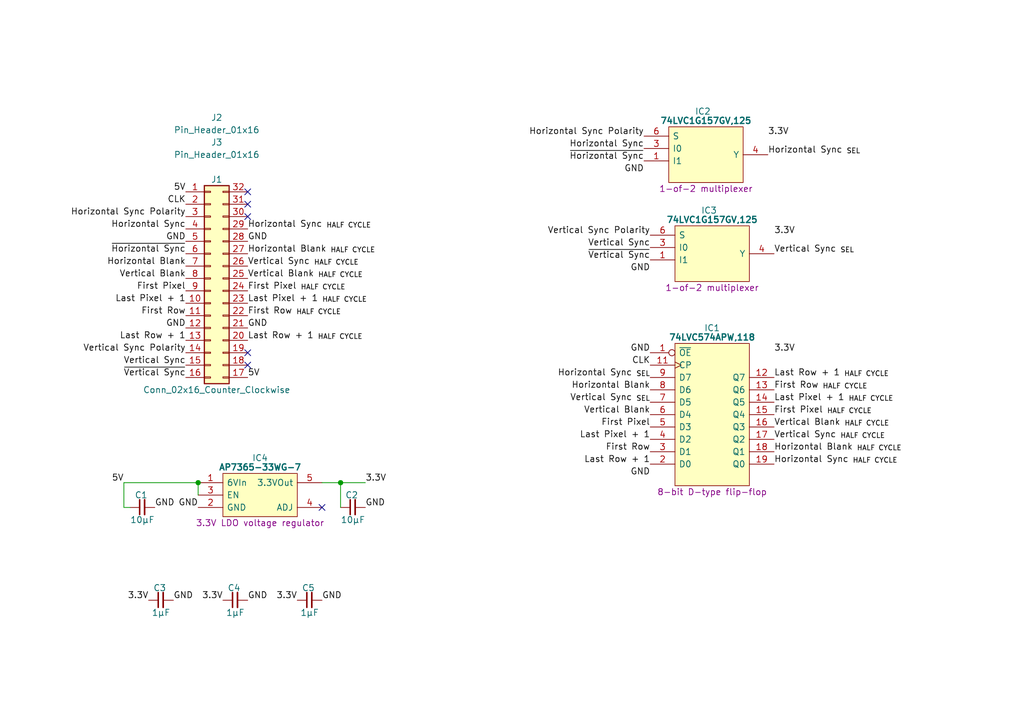
<source format=kicad_sch>
(kicad_sch
	(version 20231120)
	(generator "eeschema")
	(generator_version "8.0")
	(uuid "337b5f72-8be1-4121-9dc6-479b565482b2")
	(paper "A5")
	(title_block
		(title "Video Signals Output")
		(date "2024-02-27")
		(rev "V0")
	)
	(lib_symbols
		(symbol "Connector_Generic:Conn_02x16_Counter_Clockwise"
			(pin_names
				(offset 1.016) hide)
			(exclude_from_sim no)
			(in_bom yes)
			(on_board yes)
			(property "Reference" "J"
				(at 1.27 20.32 0)
				(effects
					(font
						(size 1.27 1.27)
					)
				)
			)
			(property "Value" "Conn_02x16_Counter_Clockwise"
				(at 1.27 -22.86 0)
				(effects
					(font
						(size 1.27 1.27)
					)
				)
			)
			(property "Footprint" ""
				(at 0 0 0)
				(effects
					(font
						(size 1.27 1.27)
					)
					(hide yes)
				)
			)
			(property "Datasheet" "~"
				(at 0 0 0)
				(effects
					(font
						(size 1.27 1.27)
					)
					(hide yes)
				)
			)
			(property "Description" "Generic connector, double row, 02x16, counter clockwise pin numbering scheme (similar to DIP package numbering), script generated (kicad-library-utils/schlib/autogen/connector/)"
				(at 0 0 0)
				(effects
					(font
						(size 1.27 1.27)
					)
					(hide yes)
				)
			)
			(property "ki_keywords" "connector"
				(at 0 0 0)
				(effects
					(font
						(size 1.27 1.27)
					)
					(hide yes)
				)
			)
			(property "ki_fp_filters" "Connector*:*_2x??_*"
				(at 0 0 0)
				(effects
					(font
						(size 1.27 1.27)
					)
					(hide yes)
				)
			)
			(symbol "Conn_02x16_Counter_Clockwise_1_1"
				(rectangle
					(start -1.27 -20.193)
					(end 0 -20.447)
					(stroke
						(width 0.1524)
						(type default)
					)
					(fill
						(type none)
					)
				)
				(rectangle
					(start -1.27 -17.653)
					(end 0 -17.907)
					(stroke
						(width 0.1524)
						(type default)
					)
					(fill
						(type none)
					)
				)
				(rectangle
					(start -1.27 -15.113)
					(end 0 -15.367)
					(stroke
						(width 0.1524)
						(type default)
					)
					(fill
						(type none)
					)
				)
				(rectangle
					(start -1.27 -12.573)
					(end 0 -12.827)
					(stroke
						(width 0.1524)
						(type default)
					)
					(fill
						(type none)
					)
				)
				(rectangle
					(start -1.27 -10.033)
					(end 0 -10.287)
					(stroke
						(width 0.1524)
						(type default)
					)
					(fill
						(type none)
					)
				)
				(rectangle
					(start -1.27 -7.493)
					(end 0 -7.747)
					(stroke
						(width 0.1524)
						(type default)
					)
					(fill
						(type none)
					)
				)
				(rectangle
					(start -1.27 -4.953)
					(end 0 -5.207)
					(stroke
						(width 0.1524)
						(type default)
					)
					(fill
						(type none)
					)
				)
				(rectangle
					(start -1.27 -2.413)
					(end 0 -2.667)
					(stroke
						(width 0.1524)
						(type default)
					)
					(fill
						(type none)
					)
				)
				(rectangle
					(start -1.27 0.127)
					(end 0 -0.127)
					(stroke
						(width 0.1524)
						(type default)
					)
					(fill
						(type none)
					)
				)
				(rectangle
					(start -1.27 2.667)
					(end 0 2.413)
					(stroke
						(width 0.1524)
						(type default)
					)
					(fill
						(type none)
					)
				)
				(rectangle
					(start -1.27 5.207)
					(end 0 4.953)
					(stroke
						(width 0.1524)
						(type default)
					)
					(fill
						(type none)
					)
				)
				(rectangle
					(start -1.27 7.747)
					(end 0 7.493)
					(stroke
						(width 0.1524)
						(type default)
					)
					(fill
						(type none)
					)
				)
				(rectangle
					(start -1.27 10.287)
					(end 0 10.033)
					(stroke
						(width 0.1524)
						(type default)
					)
					(fill
						(type none)
					)
				)
				(rectangle
					(start -1.27 12.827)
					(end 0 12.573)
					(stroke
						(width 0.1524)
						(type default)
					)
					(fill
						(type none)
					)
				)
				(rectangle
					(start -1.27 15.367)
					(end 0 15.113)
					(stroke
						(width 0.1524)
						(type default)
					)
					(fill
						(type none)
					)
				)
				(rectangle
					(start -1.27 17.907)
					(end 0 17.653)
					(stroke
						(width 0.1524)
						(type default)
					)
					(fill
						(type none)
					)
				)
				(rectangle
					(start -1.27 19.05)
					(end 3.81 -21.59)
					(stroke
						(width 0.254)
						(type default)
					)
					(fill
						(type background)
					)
				)
				(rectangle
					(start 3.81 -20.193)
					(end 2.54 -20.447)
					(stroke
						(width 0.1524)
						(type default)
					)
					(fill
						(type none)
					)
				)
				(rectangle
					(start 3.81 -17.653)
					(end 2.54 -17.907)
					(stroke
						(width 0.1524)
						(type default)
					)
					(fill
						(type none)
					)
				)
				(rectangle
					(start 3.81 -15.113)
					(end 2.54 -15.367)
					(stroke
						(width 0.1524)
						(type default)
					)
					(fill
						(type none)
					)
				)
				(rectangle
					(start 3.81 -12.573)
					(end 2.54 -12.827)
					(stroke
						(width 0.1524)
						(type default)
					)
					(fill
						(type none)
					)
				)
				(rectangle
					(start 3.81 -10.033)
					(end 2.54 -10.287)
					(stroke
						(width 0.1524)
						(type default)
					)
					(fill
						(type none)
					)
				)
				(rectangle
					(start 3.81 -7.493)
					(end 2.54 -7.747)
					(stroke
						(width 0.1524)
						(type default)
					)
					(fill
						(type none)
					)
				)
				(rectangle
					(start 3.81 -4.953)
					(end 2.54 -5.207)
					(stroke
						(width 0.1524)
						(type default)
					)
					(fill
						(type none)
					)
				)
				(rectangle
					(start 3.81 -2.413)
					(end 2.54 -2.667)
					(stroke
						(width 0.1524)
						(type default)
					)
					(fill
						(type none)
					)
				)
				(rectangle
					(start 3.81 0.127)
					(end 2.54 -0.127)
					(stroke
						(width 0.1524)
						(type default)
					)
					(fill
						(type none)
					)
				)
				(rectangle
					(start 3.81 2.667)
					(end 2.54 2.413)
					(stroke
						(width 0.1524)
						(type default)
					)
					(fill
						(type none)
					)
				)
				(rectangle
					(start 3.81 5.207)
					(end 2.54 4.953)
					(stroke
						(width 0.1524)
						(type default)
					)
					(fill
						(type none)
					)
				)
				(rectangle
					(start 3.81 7.747)
					(end 2.54 7.493)
					(stroke
						(width 0.1524)
						(type default)
					)
					(fill
						(type none)
					)
				)
				(rectangle
					(start 3.81 10.287)
					(end 2.54 10.033)
					(stroke
						(width 0.1524)
						(type default)
					)
					(fill
						(type none)
					)
				)
				(rectangle
					(start 3.81 12.827)
					(end 2.54 12.573)
					(stroke
						(width 0.1524)
						(type default)
					)
					(fill
						(type none)
					)
				)
				(rectangle
					(start 3.81 15.367)
					(end 2.54 15.113)
					(stroke
						(width 0.1524)
						(type default)
					)
					(fill
						(type none)
					)
				)
				(rectangle
					(start 3.81 17.907)
					(end 2.54 17.653)
					(stroke
						(width 0.1524)
						(type default)
					)
					(fill
						(type none)
					)
				)
				(pin passive line
					(at -5.08 17.78 0)
					(length 3.81)
					(name "Pin_1"
						(effects
							(font
								(size 1.27 1.27)
							)
						)
					)
					(number "1"
						(effects
							(font
								(size 1.27 1.27)
							)
						)
					)
				)
				(pin passive line
					(at -5.08 -5.08 0)
					(length 3.81)
					(name "Pin_10"
						(effects
							(font
								(size 1.27 1.27)
							)
						)
					)
					(number "10"
						(effects
							(font
								(size 1.27 1.27)
							)
						)
					)
				)
				(pin passive line
					(at -5.08 -7.62 0)
					(length 3.81)
					(name "Pin_11"
						(effects
							(font
								(size 1.27 1.27)
							)
						)
					)
					(number "11"
						(effects
							(font
								(size 1.27 1.27)
							)
						)
					)
				)
				(pin passive line
					(at -5.08 -10.16 0)
					(length 3.81)
					(name "Pin_12"
						(effects
							(font
								(size 1.27 1.27)
							)
						)
					)
					(number "12"
						(effects
							(font
								(size 1.27 1.27)
							)
						)
					)
				)
				(pin passive line
					(at -5.08 -12.7 0)
					(length 3.81)
					(name "Pin_13"
						(effects
							(font
								(size 1.27 1.27)
							)
						)
					)
					(number "13"
						(effects
							(font
								(size 1.27 1.27)
							)
						)
					)
				)
				(pin passive line
					(at -5.08 -15.24 0)
					(length 3.81)
					(name "Pin_14"
						(effects
							(font
								(size 1.27 1.27)
							)
						)
					)
					(number "14"
						(effects
							(font
								(size 1.27 1.27)
							)
						)
					)
				)
				(pin passive line
					(at -5.08 -17.78 0)
					(length 3.81)
					(name "Pin_15"
						(effects
							(font
								(size 1.27 1.27)
							)
						)
					)
					(number "15"
						(effects
							(font
								(size 1.27 1.27)
							)
						)
					)
				)
				(pin passive line
					(at -5.08 -20.32 0)
					(length 3.81)
					(name "Pin_16"
						(effects
							(font
								(size 1.27 1.27)
							)
						)
					)
					(number "16"
						(effects
							(font
								(size 1.27 1.27)
							)
						)
					)
				)
				(pin passive line
					(at 7.62 -20.32 180)
					(length 3.81)
					(name "Pin_17"
						(effects
							(font
								(size 1.27 1.27)
							)
						)
					)
					(number "17"
						(effects
							(font
								(size 1.27 1.27)
							)
						)
					)
				)
				(pin passive line
					(at 7.62 -17.78 180)
					(length 3.81)
					(name "Pin_18"
						(effects
							(font
								(size 1.27 1.27)
							)
						)
					)
					(number "18"
						(effects
							(font
								(size 1.27 1.27)
							)
						)
					)
				)
				(pin passive line
					(at 7.62 -15.24 180)
					(length 3.81)
					(name "Pin_19"
						(effects
							(font
								(size 1.27 1.27)
							)
						)
					)
					(number "19"
						(effects
							(font
								(size 1.27 1.27)
							)
						)
					)
				)
				(pin passive line
					(at -5.08 15.24 0)
					(length 3.81)
					(name "Pin_2"
						(effects
							(font
								(size 1.27 1.27)
							)
						)
					)
					(number "2"
						(effects
							(font
								(size 1.27 1.27)
							)
						)
					)
				)
				(pin passive line
					(at 7.62 -12.7 180)
					(length 3.81)
					(name "Pin_20"
						(effects
							(font
								(size 1.27 1.27)
							)
						)
					)
					(number "20"
						(effects
							(font
								(size 1.27 1.27)
							)
						)
					)
				)
				(pin passive line
					(at 7.62 -10.16 180)
					(length 3.81)
					(name "Pin_21"
						(effects
							(font
								(size 1.27 1.27)
							)
						)
					)
					(number "21"
						(effects
							(font
								(size 1.27 1.27)
							)
						)
					)
				)
				(pin passive line
					(at 7.62 -7.62 180)
					(length 3.81)
					(name "Pin_22"
						(effects
							(font
								(size 1.27 1.27)
							)
						)
					)
					(number "22"
						(effects
							(font
								(size 1.27 1.27)
							)
						)
					)
				)
				(pin passive line
					(at 7.62 -5.08 180)
					(length 3.81)
					(name "Pin_23"
						(effects
							(font
								(size 1.27 1.27)
							)
						)
					)
					(number "23"
						(effects
							(font
								(size 1.27 1.27)
							)
						)
					)
				)
				(pin passive line
					(at 7.62 -2.54 180)
					(length 3.81)
					(name "Pin_24"
						(effects
							(font
								(size 1.27 1.27)
							)
						)
					)
					(number "24"
						(effects
							(font
								(size 1.27 1.27)
							)
						)
					)
				)
				(pin passive line
					(at 7.62 0 180)
					(length 3.81)
					(name "Pin_25"
						(effects
							(font
								(size 1.27 1.27)
							)
						)
					)
					(number "25"
						(effects
							(font
								(size 1.27 1.27)
							)
						)
					)
				)
				(pin passive line
					(at 7.62 2.54 180)
					(length 3.81)
					(name "Pin_26"
						(effects
							(font
								(size 1.27 1.27)
							)
						)
					)
					(number "26"
						(effects
							(font
								(size 1.27 1.27)
							)
						)
					)
				)
				(pin passive line
					(at 7.62 5.08 180)
					(length 3.81)
					(name "Pin_27"
						(effects
							(font
								(size 1.27 1.27)
							)
						)
					)
					(number "27"
						(effects
							(font
								(size 1.27 1.27)
							)
						)
					)
				)
				(pin passive line
					(at 7.62 7.62 180)
					(length 3.81)
					(name "Pin_28"
						(effects
							(font
								(size 1.27 1.27)
							)
						)
					)
					(number "28"
						(effects
							(font
								(size 1.27 1.27)
							)
						)
					)
				)
				(pin passive line
					(at 7.62 10.16 180)
					(length 3.81)
					(name "Pin_29"
						(effects
							(font
								(size 1.27 1.27)
							)
						)
					)
					(number "29"
						(effects
							(font
								(size 1.27 1.27)
							)
						)
					)
				)
				(pin passive line
					(at -5.08 12.7 0)
					(length 3.81)
					(name "Pin_3"
						(effects
							(font
								(size 1.27 1.27)
							)
						)
					)
					(number "3"
						(effects
							(font
								(size 1.27 1.27)
							)
						)
					)
				)
				(pin passive line
					(at 7.62 12.7 180)
					(length 3.81)
					(name "Pin_30"
						(effects
							(font
								(size 1.27 1.27)
							)
						)
					)
					(number "30"
						(effects
							(font
								(size 1.27 1.27)
							)
						)
					)
				)
				(pin passive line
					(at 7.62 15.24 180)
					(length 3.81)
					(name "Pin_31"
						(effects
							(font
								(size 1.27 1.27)
							)
						)
					)
					(number "31"
						(effects
							(font
								(size 1.27 1.27)
							)
						)
					)
				)
				(pin passive line
					(at 7.62 17.78 180)
					(length 3.81)
					(name "Pin_32"
						(effects
							(font
								(size 1.27 1.27)
							)
						)
					)
					(number "32"
						(effects
							(font
								(size 1.27 1.27)
							)
						)
					)
				)
				(pin passive line
					(at -5.08 10.16 0)
					(length 3.81)
					(name "Pin_4"
						(effects
							(font
								(size 1.27 1.27)
							)
						)
					)
					(number "4"
						(effects
							(font
								(size 1.27 1.27)
							)
						)
					)
				)
				(pin passive line
					(at -5.08 7.62 0)
					(length 3.81)
					(name "Pin_5"
						(effects
							(font
								(size 1.27 1.27)
							)
						)
					)
					(number "5"
						(effects
							(font
								(size 1.27 1.27)
							)
						)
					)
				)
				(pin passive line
					(at -5.08 5.08 0)
					(length 3.81)
					(name "Pin_6"
						(effects
							(font
								(size 1.27 1.27)
							)
						)
					)
					(number "6"
						(effects
							(font
								(size 1.27 1.27)
							)
						)
					)
				)
				(pin passive line
					(at -5.08 2.54 0)
					(length 3.81)
					(name "Pin_7"
						(effects
							(font
								(size 1.27 1.27)
							)
						)
					)
					(number "7"
						(effects
							(font
								(size 1.27 1.27)
							)
						)
					)
				)
				(pin passive line
					(at -5.08 0 0)
					(length 3.81)
					(name "Pin_8"
						(effects
							(font
								(size 1.27 1.27)
							)
						)
					)
					(number "8"
						(effects
							(font
								(size 1.27 1.27)
							)
						)
					)
				)
				(pin passive line
					(at -5.08 -2.54 0)
					(length 3.81)
					(name "Pin_9"
						(effects
							(font
								(size 1.27 1.27)
							)
						)
					)
					(number "9"
						(effects
							(font
								(size 1.27 1.27)
							)
						)
					)
				)
			)
		)
		(symbol "Diodes_Inc:AP7365-33WG-7"
			(pin_names
				(offset 0.762)
			)
			(exclude_from_sim no)
			(in_bom yes)
			(on_board yes)
			(property "Reference" "IC"
				(at 12.7 5.08 0)
				(effects
					(font
						(size 1.27 1.27)
					)
				)
			)
			(property "Value" "AP7365-33WG-7"
				(at 12.7 3.175 0)
				(effects
					(font
						(size 1.27 1.27)
						(bold yes)
					)
				)
			)
			(property "Footprint" "SamacSys_Parts:SOT95P285X130-5N"
				(at 21.59 -14.605 0)
				(effects
					(font
						(size 1.27 1.27)
					)
					(justify left)
					(hide yes)
				)
			)
			(property "Datasheet" "https://componentsearchengine.com/Datasheets/1/AP7365-33WG-7.pdf"
				(at 21.59 -17.145 0)
				(effects
					(font
						(size 1.27 1.27)
					)
					(justify left)
					(hide yes)
				)
			)
			(property "Description" "3.3V LDO voltage regulator"
				(at 12.7 -8.255 0)
				(effects
					(font
						(size 1.27 1.27)
					)
				)
			)
			(property "Height" "1.3"
				(at 21.59 -19.685 0)
				(effects
					(font
						(size 1.27 1.27)
					)
					(justify left)
					(hide yes)
				)
			)
			(property "Manufacturer_Name" "Diodes Inc."
				(at 21.59 -22.225 0)
				(effects
					(font
						(size 1.27 1.27)
					)
					(justify left)
					(hide yes)
				)
			)
			(property "Manufacturer_Part_Number" "AP7365-33WG-7"
				(at 21.59 -24.765 0)
				(effects
					(font
						(size 1.27 1.27)
					)
					(justify left)
					(hide yes)
				)
			)
			(property "Mouser Part Number" "621-AP7365-33WG-7"
				(at 21.59 -27.305 0)
				(effects
					(font
						(size 1.27 1.27)
					)
					(justify left)
					(hide yes)
				)
			)
			(property "Mouser Price/Stock" "https://www.mouser.co.uk/ProductDetail/Diodes-Incorporated/AP7365-33WG-7?qs=abZ1nkZpTuOZFvxvoFPL0w%3D%3D"
				(at 21.59 -29.845 0)
				(effects
					(font
						(size 1.27 1.27)
					)
					(justify left)
					(hide yes)
				)
			)
			(property "Arrow Part Number" "AP7365-33WG-7"
				(at 21.59 -32.385 0)
				(effects
					(font
						(size 1.27 1.27)
					)
					(justify left)
					(hide yes)
				)
			)
			(property "Arrow Price/Stock" "https://www.arrow.com/en/products/ap7365-33wg-7/diodes-incorporated?region=nac"
				(at 21.59 -34.925 0)
				(effects
					(font
						(size 1.27 1.27)
					)
					(justify left)
					(hide yes)
				)
			)
			(property "Silkscreen" "AP7365"
				(at 21.59 -12.065 0)
				(effects
					(font
						(size 1.27 1.27)
					)
					(justify left)
					(hide yes)
				)
			)
			(symbol "AP7365-33WG-7_0_0"
				(pin passive line
					(at 0 -5.08 0)
					(length 5.08)
					(name "GND"
						(effects
							(font
								(size 1.27 1.27)
							)
						)
					)
					(number "2"
						(effects
							(font
								(size 1.27 1.27)
							)
						)
					)
				)
				(pin input line
					(at 0 -2.54 0)
					(length 5.08)
					(name "EN"
						(effects
							(font
								(size 1.27 1.27)
							)
						)
					)
					(number "3"
						(effects
							(font
								(size 1.27 1.27)
							)
						)
					)
				)
				(pin passive line
					(at 25.4 -5.08 180)
					(length 5.08)
					(name "ADJ"
						(effects
							(font
								(size 1.27 1.27)
							)
						)
					)
					(number "4"
						(effects
							(font
								(size 1.27 1.27)
							)
						)
					)
				)
			)
			(symbol "AP7365-33WG-7_0_1"
				(polyline
					(pts
						(xy 5.08 1.905) (xy 20.32 1.905) (xy 20.32 -6.985) (xy 5.08 -6.985) (xy 5.08 1.905)
					)
					(stroke
						(width 0)
						(type default)
					)
					(fill
						(type background)
					)
				)
			)
			(symbol "AP7365-33WG-7_1_0"
				(pin passive line
					(at 0 0 0)
					(length 5.08)
					(name "6VIn"
						(effects
							(font
								(size 1.27 1.27)
							)
						)
					)
					(number "1"
						(effects
							(font
								(size 1.27 1.27)
							)
						)
					)
				)
				(pin passive line
					(at 25.4 0 180)
					(length 5.08)
					(name "3.3VOut"
						(effects
							(font
								(size 1.27 1.27)
							)
						)
					)
					(number "5"
						(effects
							(font
								(size 1.27 1.27)
							)
						)
					)
				)
			)
		)
		(symbol "HCP65:C_0805"
			(pin_numbers hide)
			(pin_names
				(offset 0.254) hide)
			(exclude_from_sim no)
			(in_bom yes)
			(on_board yes)
			(property "Reference" "C"
				(at 2.286 2.54 0)
				(effects
					(font
						(size 1.27 1.27)
					)
				)
			)
			(property "Value" "?μF"
				(at 2.54 -2.54 0)
				(effects
					(font
						(size 1.27 1.27)
					)
				)
			)
			(property "Footprint" "SamacSys_Parts:C_0805"
				(at 16.764 -7.62 0)
				(effects
					(font
						(size 1.27 1.27)
					)
					(hide yes)
				)
			)
			(property "Datasheet" ""
				(at 2.2225 0.3175 90)
				(effects
					(font
						(size 1.27 1.27)
					)
					(hide yes)
				)
			)
			(property "Description" ""
				(at 0 0 0)
				(effects
					(font
						(size 1.27 1.27)
					)
					(hide yes)
				)
			)
			(property "ki_keywords" "capacitor cap"
				(at 0 0 0)
				(effects
					(font
						(size 1.27 1.27)
					)
					(hide yes)
				)
			)
			(property "ki_fp_filters" "C_*"
				(at 0 0 0)
				(effects
					(font
						(size 1.27 1.27)
					)
					(hide yes)
				)
			)
			(symbol "C_0805_0_1"
				(polyline
					(pts
						(xy 1.9685 -1.4605) (xy 1.9685 1.5875)
					)
					(stroke
						(width 0.3048)
						(type default)
					)
					(fill
						(type none)
					)
				)
				(polyline
					(pts
						(xy 2.9845 -1.4605) (xy 2.9845 1.5875)
					)
					(stroke
						(width 0.3302)
						(type default)
					)
					(fill
						(type none)
					)
				)
			)
			(symbol "C_0805_1_1"
				(pin passive line
					(at 0 0 0)
					(length 2.032)
					(name "~"
						(effects
							(font
								(size 1.27 1.27)
							)
						)
					)
					(number "1"
						(effects
							(font
								(size 1.27 1.27)
							)
						)
					)
				)
				(pin passive line
					(at 5.08 0 180)
					(length 2.032)
					(name "~"
						(effects
							(font
								(size 1.27 1.27)
							)
						)
					)
					(number "2"
						(effects
							(font
								(size 1.27 1.27)
							)
						)
					)
				)
			)
		)
		(symbol "HCP65:Pin_Header_01x32"
			(pin_names
				(offset 1.016) hide)
			(exclude_from_sim no)
			(in_bom yes)
			(on_board yes)
			(property "Reference" "J"
				(at 0 1.27 0)
				(effects
					(font
						(size 1.27 1.27)
					)
				)
			)
			(property "Value" "Pin_Header_01x32"
				(at 0 -1.27 0)
				(effects
					(font
						(size 1.27 1.27)
					)
				)
			)
			(property "Footprint" "SamacSys_Parts:PinHeader_1x32_P2.54mm_Vertical"
				(at 0 -3.81 0)
				(effects
					(font
						(size 1.27 1.27)
					)
					(hide yes)
				)
			)
			(property "Datasheet" "~"
				(at -5.08 0 0)
				(effects
					(font
						(size 1.27 1.27)
					)
					(hide yes)
				)
			)
			(property "Description" ""
				(at 0 0 0)
				(effects
					(font
						(size 1.27 1.27)
					)
					(hide yes)
				)
			)
			(property "ki_fp_filters" "Connector*:*_1x??_*"
				(at 0 0 0)
				(effects
					(font
						(size 1.27 1.27)
					)
					(hide yes)
				)
			)
		)
		(symbol "Nexperia:74LVC1G157GV,125"
			(pin_names
				(offset 0.762)
			)
			(exclude_from_sim no)
			(in_bom yes)
			(on_board yes)
			(property "Reference" "IC"
				(at 12.065 5.08 0)
				(effects
					(font
						(size 1.27 1.27)
					)
				)
			)
			(property "Value" "74LVC1G157GV,125"
				(at 12.7 3.175 0)
				(effects
					(font
						(size 1.27 1.27)
						(bold yes)
					)
				)
			)
			(property "Footprint" "SamacSys_Parts:74LVC1G157GV125"
				(at 22.225 -14.605 0)
				(effects
					(font
						(size 1.27 1.27)
					)
					(justify left)
					(hide yes)
				)
			)
			(property "Datasheet" "https://assets.nexperia.com/documents/data-sheet/74LVC1G157.pdf"
				(at 22.225 -17.145 0)
				(effects
					(font
						(size 1.27 1.27)
					)
					(justify left)
					(hide yes)
				)
			)
			(property "Description" "1-of-2 multiplexer"
				(at 12.7 -10.795 0)
				(effects
					(font
						(size 1.27 1.27)
					)
				)
			)
			(property "Height" "1.1"
				(at 22.225 -22.225 0)
				(effects
					(font
						(size 1.27 1.27)
					)
					(justify left)
					(hide yes)
				)
			)
			(property "Manufacturer_Name" "Nexperia"
				(at 22.225 -24.765 0)
				(effects
					(font
						(size 1.27 1.27)
					)
					(justify left)
					(hide yes)
				)
			)
			(property "Manufacturer_Part_Number" "74LVC1G157GV,125"
				(at 22.225 -27.305 0)
				(effects
					(font
						(size 1.27 1.27)
					)
					(justify left)
					(hide yes)
				)
			)
			(property "Mouser Part Number" "771-74LVC1G157GV-G"
				(at 22.225 -29.845 0)
				(effects
					(font
						(size 1.27 1.27)
					)
					(justify left)
					(hide yes)
				)
			)
			(property "Mouser Price/Stock" "https://www.mouser.co.uk/ProductDetail/Nexperia/74LVC1G157GV125?qs=me8TqzrmIYVvTEwYoevmpg%3D%3D"
				(at 22.225 -32.385 0)
				(effects
					(font
						(size 1.27 1.27)
					)
					(justify left)
					(hide yes)
				)
			)
			(property "Silkscreen" "'1G157"
				(at 22.225 -19.685 0)
				(effects
					(font
						(size 1.27 1.27)
					)
					(justify left)
					(hide yes)
				)
			)
			(symbol "74LVC1G157GV,125_0_0"
				(pin input line
					(at 0 -5.08 0)
					(length 5.08)
					(name "I1"
						(effects
							(font
								(size 1.27 1.27)
							)
						)
					)
					(number "1"
						(effects
							(font
								(size 1.27 1.27)
							)
						)
					)
				)
				(pin passive line
					(at 0 -7.62 0)
					(length 5.08) hide
					(name "GND"
						(effects
							(font
								(size 1.27 1.27)
							)
						)
					)
					(number "2"
						(effects
							(font
								(size 1.27 1.27)
							)
						)
					)
				)
				(pin input line
					(at 0 -2.54 0)
					(length 5.08)
					(name "I0"
						(effects
							(font
								(size 1.27 1.27)
							)
						)
					)
					(number "3"
						(effects
							(font
								(size 1.27 1.27)
							)
						)
					)
				)
				(pin output line
					(at 25.4 -3.81 180)
					(length 5.08)
					(name "Y"
						(effects
							(font
								(size 1.27 1.27)
							)
						)
					)
					(number "4"
						(effects
							(font
								(size 1.27 1.27)
							)
						)
					)
				)
				(pin input line
					(at 0 0 0)
					(length 5.08)
					(name "S"
						(effects
							(font
								(size 1.27 1.27)
							)
						)
					)
					(number "6"
						(effects
							(font
								(size 1.27 1.27)
							)
						)
					)
				)
			)
			(symbol "74LVC1G157GV,125_0_1"
				(polyline
					(pts
						(xy 5.08 1.905) (xy 20.32 1.905) (xy 20.32 -9.525) (xy 5.08 -9.525) (xy 5.08 1.905)
					)
					(stroke
						(width 0.1524)
						(type default)
					)
					(fill
						(type background)
					)
				)
			)
			(symbol "74LVC1G157GV,125_1_0"
				(pin passive line
					(at 25.4 0 180)
					(length 5.08) hide
					(name "3V"
						(effects
							(font
								(size 1.27 1.27)
							)
						)
					)
					(number "5"
						(effects
							(font
								(size 1.27 1.27)
							)
						)
					)
				)
			)
		)
		(symbol "Nexperia:74LVC574APW,118"
			(pin_names
				(offset 0.762)
			)
			(exclude_from_sim no)
			(in_bom yes)
			(on_board yes)
			(property "Reference" "IC"
				(at 12.7 5.08 0)
				(effects
					(font
						(size 1.27 1.27)
					)
				)
			)
			(property "Value" "74LVC574APW,118"
				(at 12.7 3.175 0)
				(effects
					(font
						(size 1.27 1.27)
						(bold yes)
					)
				)
			)
			(property "Footprint" "SamacSys_Parts:SOP65P640X110-20N"
				(at 26.67 -30.48 0)
				(effects
					(font
						(size 1.27 1.27)
					)
					(justify left)
					(hide yes)
				)
			)
			(property "Datasheet" "https://assets.nexperia.com/documents/data-sheet/74LVC574A.pdf"
				(at 26.67 -33.02 0)
				(effects
					(font
						(size 1.27 1.27)
					)
					(justify left)
					(hide yes)
				)
			)
			(property "Description" "8-bit D-type flip-flop"
				(at 12.7 -28.575 0)
				(effects
					(font
						(size 1.27 1.27)
					)
				)
			)
			(property "Height" "1.1"
				(at 26.67 -38.1 0)
				(effects
					(font
						(size 1.27 1.27)
					)
					(justify left)
					(hide yes)
				)
			)
			(property "Manufacturer_Name" "Nexperia"
				(at 26.67 -40.64 0)
				(effects
					(font
						(size 1.27 1.27)
					)
					(justify left)
					(hide yes)
				)
			)
			(property "Manufacturer_Part_Number" "74LVC574APW,118"
				(at 26.67 -43.18 0)
				(effects
					(font
						(size 1.27 1.27)
					)
					(justify left)
					(hide yes)
				)
			)
			(property "Mouser Part Number" "771-74LVC574APW-T"
				(at 26.67 -45.72 0)
				(effects
					(font
						(size 1.27 1.27)
					)
					(justify left)
					(hide yes)
				)
			)
			(property "Mouser Price/Stock" "https://www.mouser.co.uk/ProductDetail/Nexperia/74LVC574APW118?qs=me8TqzrmIYXFXrN3QSTUuw%3D%3D"
				(at 26.67 -48.26 0)
				(effects
					(font
						(size 1.27 1.27)
					)
					(justify left)
					(hide yes)
				)
			)
			(property "Silkscreen" "74LVC574"
				(at 12.7 -31.115 0)
				(effects
					(font
						(size 1.27 1.27)
					)
					(hide yes)
				)
			)
			(property "Garbage" "74LVC574A - Octal D-type flip-flop with 5 V tolerant inputs/outputs; positive edge-trigger (3-state)@en-us"
				(at 0 0 0)
				(effects
					(font
						(size 1.27 1.27)
					)
					(hide yes)
				)
			)
			(symbol "74LVC574APW,118_0_0"
				(pin input inverted
					(at 0 0 0)
					(length 5.08)
					(name "~{OE}"
						(effects
							(font
								(size 1.27 1.27)
							)
						)
					)
					(number "1"
						(effects
							(font
								(size 1.27 1.27)
							)
						)
					)
				)
				(pin passive line
					(at 0 -25.4 0)
					(length 5.08) hide
					(name "GND"
						(effects
							(font
								(size 1.27 1.27)
							)
						)
					)
					(number "10"
						(effects
							(font
								(size 1.27 1.27)
							)
						)
					)
				)
				(pin input clock
					(at 0 -2.54 0)
					(length 5.08)
					(name "CP"
						(effects
							(font
								(size 1.27 1.27)
							)
						)
					)
					(number "11"
						(effects
							(font
								(size 1.27 1.27)
							)
						)
					)
				)
				(pin tri_state line
					(at 25.4 -7.62 180)
					(length 5.08)
					(name "Q6"
						(effects
							(font
								(size 1.27 1.27)
							)
						)
					)
					(number "13"
						(effects
							(font
								(size 1.27 1.27)
							)
						)
					)
				)
				(pin tri_state line
					(at 25.4 -10.16 180)
					(length 5.08)
					(name "Q5"
						(effects
							(font
								(size 1.27 1.27)
							)
						)
					)
					(number "14"
						(effects
							(font
								(size 1.27 1.27)
							)
						)
					)
				)
				(pin tri_state line
					(at 25.4 -12.7 180)
					(length 5.08)
					(name "Q4"
						(effects
							(font
								(size 1.27 1.27)
							)
						)
					)
					(number "15"
						(effects
							(font
								(size 1.27 1.27)
							)
						)
					)
				)
				(pin tri_state line
					(at 25.4 -15.24 180)
					(length 5.08)
					(name "Q3"
						(effects
							(font
								(size 1.27 1.27)
							)
						)
					)
					(number "16"
						(effects
							(font
								(size 1.27 1.27)
							)
						)
					)
				)
				(pin tri_state line
					(at 25.4 -17.78 180)
					(length 5.08)
					(name "Q2"
						(effects
							(font
								(size 1.27 1.27)
							)
						)
					)
					(number "17"
						(effects
							(font
								(size 1.27 1.27)
							)
						)
					)
				)
				(pin tri_state line
					(at 25.4 -20.32 180)
					(length 5.08)
					(name "Q1"
						(effects
							(font
								(size 1.27 1.27)
							)
						)
					)
					(number "18"
						(effects
							(font
								(size 1.27 1.27)
							)
						)
					)
				)
				(pin tri_state line
					(at 25.4 -22.86 180)
					(length 5.08)
					(name "Q0"
						(effects
							(font
								(size 1.27 1.27)
							)
						)
					)
					(number "19"
						(effects
							(font
								(size 1.27 1.27)
							)
						)
					)
				)
				(pin input line
					(at 0 -22.86 0)
					(length 5.08)
					(name "D0"
						(effects
							(font
								(size 1.27 1.27)
							)
						)
					)
					(number "2"
						(effects
							(font
								(size 1.27 1.27)
							)
						)
					)
				)
				(pin passive line
					(at 25.4 0 180)
					(length 5.08) hide
					(name "3V"
						(effects
							(font
								(size 1.27 1.27)
							)
						)
					)
					(number "20"
						(effects
							(font
								(size 1.27 1.27)
							)
						)
					)
				)
				(pin input line
					(at 0 -20.32 0)
					(length 5.08)
					(name "D1"
						(effects
							(font
								(size 1.27 1.27)
							)
						)
					)
					(number "3"
						(effects
							(font
								(size 1.27 1.27)
							)
						)
					)
				)
				(pin input line
					(at 0 -17.78 0)
					(length 5.08)
					(name "D2"
						(effects
							(font
								(size 1.27 1.27)
							)
						)
					)
					(number "4"
						(effects
							(font
								(size 1.27 1.27)
							)
						)
					)
				)
				(pin input line
					(at 0 -15.24 0)
					(length 5.08)
					(name "D3"
						(effects
							(font
								(size 1.27 1.27)
							)
						)
					)
					(number "5"
						(effects
							(font
								(size 1.27 1.27)
							)
						)
					)
				)
				(pin input line
					(at 0 -12.7 0)
					(length 5.08)
					(name "D4"
						(effects
							(font
								(size 1.27 1.27)
							)
						)
					)
					(number "6"
						(effects
							(font
								(size 1.27 1.27)
							)
						)
					)
				)
				(pin input line
					(at 0 -10.16 0)
					(length 5.08)
					(name "D5"
						(effects
							(font
								(size 1.27 1.27)
							)
						)
					)
					(number "7"
						(effects
							(font
								(size 1.27 1.27)
							)
						)
					)
				)
				(pin input line
					(at 0 -7.62 0)
					(length 5.08)
					(name "D6"
						(effects
							(font
								(size 1.27 1.27)
							)
						)
					)
					(number "8"
						(effects
							(font
								(size 1.27 1.27)
							)
						)
					)
				)
				(pin input line
					(at 0 -5.08 0)
					(length 5.08)
					(name "D7"
						(effects
							(font
								(size 1.27 1.27)
							)
						)
					)
					(number "9"
						(effects
							(font
								(size 1.27 1.27)
							)
						)
					)
				)
			)
			(symbol "74LVC574APW,118_0_1"
				(polyline
					(pts
						(xy 5.08 1.905) (xy 20.32 1.905) (xy 20.32 -27.305) (xy 5.08 -27.305) (xy 5.08 1.905)
					)
					(stroke
						(width 0.1524)
						(type default)
					)
					(fill
						(type background)
					)
				)
			)
			(symbol "74LVC574APW,118_1_0"
				(pin tri_state line
					(at 25.4 -5.08 180)
					(length 5.08)
					(name "Q7"
						(effects
							(font
								(size 1.27 1.27)
							)
						)
					)
					(number "12"
						(effects
							(font
								(size 1.27 1.27)
							)
						)
					)
				)
			)
		)
	)
	(junction
		(at 69.85 99.06)
		(diameter 0)
		(color 0 0 0 0)
		(uuid "b82b919e-6dc6-4be5-8d24-40c205b428ba")
	)
	(junction
		(at 40.64 99.06)
		(diameter 0)
		(color 0 0 0 0)
		(uuid "d246c4cb-f3e4-4eca-b5f3-4777b7f47895")
	)
	(no_connect
		(at 50.8 44.45)
		(uuid "53c88e71-8e9d-4e80-a7e6-59b393499802")
	)
	(no_connect
		(at 66.04 104.14)
		(uuid "641d79ef-b354-42ab-aa4f-de6a687c4039")
	)
	(no_connect
		(at 50.8 39.37)
		(uuid "99afe688-13c2-4185-8b26-8a6125fe6953")
	)
	(no_connect
		(at 50.8 41.91)
		(uuid "9b91a8cd-eec0-47b1-bfec-fd29a7609e4a")
	)
	(no_connect
		(at 50.8 74.93)
		(uuid "ae153e04-d425-4875-9da6-300f1b6c6b9b")
	)
	(no_connect
		(at 50.8 72.39)
		(uuid "d2c8f9c6-8c0f-451b-9ff3-731a3ee0ed7d")
	)
	(wire
		(pts
			(xy 66.04 99.06) (xy 69.85 99.06)
		)
		(stroke
			(width 0)
			(type default)
		)
		(uuid "34cb8aff-69fb-4537-b961-fc0e85057157")
	)
	(wire
		(pts
			(xy 25.4 99.06) (xy 40.64 99.06)
		)
		(stroke
			(width 0)
			(type default)
		)
		(uuid "43c6eecd-56a8-4397-8e22-50ba9046a17d")
	)
	(wire
		(pts
			(xy 69.85 104.14) (xy 69.85 99.06)
		)
		(stroke
			(width 0)
			(type default)
		)
		(uuid "6d2173c5-e810-4385-8c75-910fdda7a60a")
	)
	(wire
		(pts
			(xy 25.4 99.06) (xy 25.4 104.14)
		)
		(stroke
			(width 0)
			(type default)
		)
		(uuid "759c7e7a-e439-4fbc-8046-fe16319d664c")
	)
	(wire
		(pts
			(xy 25.4 104.14) (xy 26.67 104.14)
		)
		(stroke
			(width 0)
			(type default)
		)
		(uuid "7774d246-9111-479c-9aa8-5b57ef473e3a")
	)
	(wire
		(pts
			(xy 40.64 99.06) (xy 40.64 101.6)
		)
		(stroke
			(width 0)
			(type default)
		)
		(uuid "94c12dbc-7a62-469b-a1c1-04d8a54ba36f")
	)
	(wire
		(pts
			(xy 69.85 99.06) (xy 74.93 99.06)
		)
		(stroke
			(width 0)
			(type default)
		)
		(uuid "e19ea7f3-6856-479d-a384-0f7fa3b3feac")
	)
	(label "3.3V"
		(at 158.75 72.39 0)
		(fields_autoplaced yes)
		(effects
			(font
				(size 1.27 1.27)
			)
			(justify left bottom)
		)
		(uuid "0101b0b3-8313-4520-a467-4271798cf8c9")
	)
	(label "Horizontal Blank"
		(at 133.35 80.01 180)
		(fields_autoplaced yes)
		(effects
			(font
				(size 1.27 1.27)
			)
			(justify right bottom)
		)
		(uuid "032307ec-3c77-46c3-8368-224bad589fbe")
	)
	(label "First Row _{HALF CYCLE}"
		(at 50.8 64.77 0)
		(fields_autoplaced yes)
		(effects
			(font
				(size 1.27 1.27)
			)
			(justify left bottom)
		)
		(uuid "0a8be887-326a-4d02-b894-47cc6742c572")
	)
	(label "Horizontal Sync _{SEL}"
		(at 157.48 31.75 0)
		(fields_autoplaced yes)
		(effects
			(font
				(size 1.27 1.27)
			)
			(justify left bottom)
		)
		(uuid "0a9da417-5048-4955-a992-dd3e5214e465")
	)
	(label "GND"
		(at 31.75 104.14 0)
		(fields_autoplaced yes)
		(effects
			(font
				(size 1.27 1.27)
			)
			(justify left bottom)
		)
		(uuid "0f6fa894-59f5-4f11-8dea-919f04073bf0")
	)
	(label "GND"
		(at 66.04 123.19 0)
		(fields_autoplaced yes)
		(effects
			(font
				(size 1.27 1.27)
			)
			(justify left bottom)
		)
		(uuid "14a9d7be-4781-45ec-9c95-ba154f12bc44")
	)
	(label "3.3V"
		(at 30.48 123.19 180)
		(fields_autoplaced yes)
		(effects
			(font
				(size 1.27 1.27)
			)
			(justify right bottom)
		)
		(uuid "17022b33-3fce-41ae-ba29-9c33a4df7fa3")
	)
	(label "5V"
		(at 38.1 39.37 180)
		(fields_autoplaced yes)
		(effects
			(font
				(size 1.27 1.27)
			)
			(justify right bottom)
		)
		(uuid "1bb05f68-7cc7-4f37-b986-131f667c91e7")
	)
	(label "Horizontal Blank _{HALF CYCLE}"
		(at 50.8 52.07 0)
		(fields_autoplaced yes)
		(effects
			(font
				(size 1.27 1.27)
			)
			(justify left bottom)
		)
		(uuid "26b13e27-6af9-4a2a-94e0-92511234f8ca")
	)
	(label "GND"
		(at 133.35 55.88 180)
		(fields_autoplaced yes)
		(effects
			(font
				(size 1.27 1.27)
			)
			(justify right bottom)
		)
		(uuid "2e3d4d0d-b126-4915-8af6-5e2111545ec0")
	)
	(label "GND"
		(at 35.56 123.19 0)
		(fields_autoplaced yes)
		(effects
			(font
				(size 1.27 1.27)
			)
			(justify left bottom)
		)
		(uuid "382bc2c3-a94c-475f-85ab-be9f771ca91e")
	)
	(label "Vertical Blank"
		(at 38.1 57.15 180)
		(fields_autoplaced yes)
		(effects
			(font
				(size 1.27 1.27)
			)
			(justify right bottom)
		)
		(uuid "3b993655-6703-4718-9ccb-bf8c6b719de0")
	)
	(label "Vertical Sync Polarity"
		(at 133.35 48.26 180)
		(fields_autoplaced yes)
		(effects
			(font
				(size 1.27 1.27)
			)
			(justify right bottom)
		)
		(uuid "410d58fe-a8ae-4cff-bd00-7576309a95cb")
	)
	(label "GND"
		(at 40.64 104.14 180)
		(fields_autoplaced yes)
		(effects
			(font
				(size 1.27 1.27)
			)
			(justify right bottom)
		)
		(uuid "42c6279b-9f73-4714-bcff-68d74a012bfe")
	)
	(label "Vertical Sync"
		(at 38.1 74.93 180)
		(fields_autoplaced yes)
		(effects
			(font
				(size 1.27 1.27)
			)
			(justify right bottom)
		)
		(uuid "4383274c-83eb-456a-8cc3-698021ca493b")
	)
	(label "Vertical Blank _{HALF CYCLE}"
		(at 50.8 57.15 0)
		(fields_autoplaced yes)
		(effects
			(font
				(size 1.27 1.27)
			)
			(justify left bottom)
		)
		(uuid "43d9a15e-ee3b-4fbb-9340-91f39cbff341")
	)
	(label "3.3V"
		(at 60.96 123.19 180)
		(fields_autoplaced yes)
		(effects
			(font
				(size 1.27 1.27)
			)
			(justify right bottom)
		)
		(uuid "4402676b-9187-4557-909d-b97ca152dc25")
	)
	(label "Horizontal Blank"
		(at 38.1 54.61 180)
		(fields_autoplaced yes)
		(effects
			(font
				(size 1.27 1.27)
			)
			(justify right bottom)
		)
		(uuid "45f1a281-e963-494b-b254-37e3cdf3f54e")
	)
	(label "5V"
		(at 25.4 99.06 180)
		(fields_autoplaced yes)
		(effects
			(font
				(size 1.27 1.27)
			)
			(justify right bottom)
		)
		(uuid "4c2d6987-66b4-4c67-90f1-5d3f8a10be0e")
	)
	(label "Last Row + 1 _{HALF CYCLE}"
		(at 158.75 77.47 0)
		(fields_autoplaced yes)
		(effects
			(font
				(size 1.27 1.27)
			)
			(justify left bottom)
		)
		(uuid "4e28a828-4393-4e66-814a-69e6065d76a8")
	)
	(label "First Row"
		(at 133.35 92.71 180)
		(fields_autoplaced yes)
		(effects
			(font
				(size 1.27 1.27)
			)
			(justify right bottom)
		)
		(uuid "51ad2519-9851-42db-8603-41cc601e12fb")
	)
	(label "Horizontal Sync Polarity"
		(at 132.08 27.94 180)
		(fields_autoplaced yes)
		(effects
			(font
				(size 1.27 1.27)
			)
			(justify right bottom)
		)
		(uuid "534b2483-a8e6-4c11-b585-1c2010917c43")
	)
	(label "Horizontal Sync _{HALF CYCLE}"
		(at 50.8 46.99 0)
		(fields_autoplaced yes)
		(effects
			(font
				(size 1.27 1.27)
			)
			(justify left bottom)
		)
		(uuid "54c2e0c8-e8b4-4273-b39c-544852b13265")
	)
	(label "3.3V"
		(at 157.48 27.94 0)
		(fields_autoplaced yes)
		(effects
			(font
				(size 1.27 1.27)
			)
			(justify left bottom)
		)
		(uuid "558429e3-ca34-4f3c-9110-eed8a9e65066")
	)
	(label "Vertical Sync _{HALF CYCLE}"
		(at 158.75 90.17 0)
		(fields_autoplaced yes)
		(effects
			(font
				(size 1.27 1.27)
			)
			(justify left bottom)
		)
		(uuid "583115a9-466b-4f15-b1e2-d257bb9f32f1")
	)
	(label "CLK"
		(at 38.1 41.91 180)
		(fields_autoplaced yes)
		(effects
			(font
				(size 1.27 1.27)
			)
			(justify right bottom)
		)
		(uuid "5cf0ac81-ab3e-494b-9a16-4f2bb4b13f8d")
	)
	(label "Last Row + 1"
		(at 133.35 95.25 180)
		(fields_autoplaced yes)
		(effects
			(font
				(size 1.27 1.27)
			)
			(justify right bottom)
		)
		(uuid "5eb55994-8d36-448b-a017-67e9ebab18a4")
	)
	(label "Horizontal Sync _{SEL}"
		(at 133.35 77.47 180)
		(fields_autoplaced yes)
		(effects
			(font
				(size 1.27 1.27)
			)
			(justify right bottom)
		)
		(uuid "5f18e7a0-9aa9-4047-87cb-27e5b38d8199")
	)
	(label "GND"
		(at 74.93 104.14 0)
		(fields_autoplaced yes)
		(effects
			(font
				(size 1.27 1.27)
			)
			(justify left bottom)
		)
		(uuid "626bbfe3-8755-4435-93b7-c3f712835fee")
	)
	(label "Vertical Sync"
		(at 133.35 50.8 180)
		(fields_autoplaced yes)
		(effects
			(font
				(size 1.27 1.27)
			)
			(justify right bottom)
		)
		(uuid "665a5240-e366-4d65-8058-7c179a93e7d8")
	)
	(label "Last Pixel + 1"
		(at 38.1 62.23 180)
		(fields_autoplaced yes)
		(effects
			(font
				(size 1.27 1.27)
			)
			(justify right bottom)
		)
		(uuid "692e2917-6b95-4568-973a-33e64ef4424b")
	)
	(label "Vertical Sync _{SEL}"
		(at 158.75 52.07 0)
		(fields_autoplaced yes)
		(effects
			(font
				(size 1.27 1.27)
			)
			(justify left bottom)
		)
		(uuid "70fc38bc-893e-43d9-aacf-fad960f71d17")
	)
	(label "~{Vertical Sync}"
		(at 38.1 77.47 180)
		(fields_autoplaced yes)
		(effects
			(font
				(size 1.27 1.27)
			)
			(justify right bottom)
		)
		(uuid "7a0dc790-9b04-4f0b-9606-e71f21356ed6")
	)
	(label "Last Pixel + 1 _{HALF CYCLE}"
		(at 50.8 62.23 0)
		(fields_autoplaced yes)
		(effects
			(font
				(size 1.27 1.27)
			)
			(justify left bottom)
		)
		(uuid "7a839688-42eb-410a-a6f9-9e3429006287")
	)
	(label "GND"
		(at 50.8 123.19 0)
		(fields_autoplaced yes)
		(effects
			(font
				(size 1.27 1.27)
			)
			(justify left bottom)
		)
		(uuid "80fda916-ec19-4256-80a2-a3c97f2da3e2")
	)
	(label "First Row"
		(at 38.1 64.77 180)
		(fields_autoplaced yes)
		(effects
			(font
				(size 1.27 1.27)
			)
			(justify right bottom)
		)
		(uuid "8354c1e9-e233-47cd-990c-e32accc50c21")
	)
	(label "GND"
		(at 133.35 97.79 180)
		(fields_autoplaced yes)
		(effects
			(font
				(size 1.27 1.27)
			)
			(justify right bottom)
		)
		(uuid "838e0714-902a-49f5-862d-2a35287bf994")
	)
	(label "GND"
		(at 132.08 35.56 180)
		(fields_autoplaced yes)
		(effects
			(font
				(size 1.27 1.27)
			)
			(justify right bottom)
		)
		(uuid "8401f767-77b1-4deb-97f6-84194a53da47")
	)
	(label "First Pixel"
		(at 38.1 59.69 180)
		(fields_autoplaced yes)
		(effects
			(font
				(size 1.27 1.27)
			)
			(justify right bottom)
		)
		(uuid "8b80052c-89a6-4e2f-b512-ab303604654d")
	)
	(label "First Row _{HALF CYCLE}"
		(at 158.75 80.01 0)
		(fields_autoplaced yes)
		(effects
			(font
				(size 1.27 1.27)
			)
			(justify left bottom)
		)
		(uuid "8d9aac6f-dfe5-47d9-8bfc-bda7566d9534")
	)
	(label "~{Horizontal Sync}"
		(at 38.1 52.07 180)
		(fields_autoplaced yes)
		(effects
			(font
				(size 1.27 1.27)
			)
			(justify right bottom)
		)
		(uuid "92c0547c-8a8e-4aa8-8c90-a959c7f631d1")
	)
	(label "Horizontal Sync _{HALF CYCLE}"
		(at 158.75 95.25 0)
		(fields_autoplaced yes)
		(effects
			(font
				(size 1.27 1.27)
			)
			(justify left bottom)
		)
		(uuid "94c109d6-7113-49bd-a32d-4c313885177a")
	)
	(label "~{Vertical Sync}"
		(at 133.35 53.34 180)
		(fields_autoplaced yes)
		(effects
			(font
				(size 1.27 1.27)
			)
			(justify right bottom)
		)
		(uuid "978a5f1d-9683-4247-bcab-aa2d467c9c56")
	)
	(label "Vertical Sync _{SEL}"
		(at 133.35 82.55 180)
		(fields_autoplaced yes)
		(effects
			(font
				(size 1.27 1.27)
			)
			(justify right bottom)
		)
		(uuid "9c157aa8-1b5d-47c5-bed2-17acbd2eb06e")
	)
	(label "~{Horizontal Sync}"
		(at 132.08 33.02 180)
		(fields_autoplaced yes)
		(effects
			(font
				(size 1.27 1.27)
			)
			(justify right bottom)
		)
		(uuid "9f7e6284-b96e-450e-9abb-0e5820c23868")
	)
	(label "Vertical Sync Polarity"
		(at 38.1 72.39 180)
		(fields_autoplaced yes)
		(effects
			(font
				(size 1.27 1.27)
			)
			(justify right bottom)
		)
		(uuid "a5dbfeb5-9f18-48c0-8d94-b1f5da094759")
	)
	(label "Horizontal Sync Polarity"
		(at 38.1 44.45 180)
		(fields_autoplaced yes)
		(effects
			(font
				(size 1.27 1.27)
			)
			(justify right bottom)
		)
		(uuid "a6c65cc5-ba9d-4419-a6c2-ed242d8667f7")
	)
	(label "Last Pixel + 1"
		(at 133.35 90.17 180)
		(fields_autoplaced yes)
		(effects
			(font
				(size 1.27 1.27)
			)
			(justify right bottom)
		)
		(uuid "a9a7715a-11bc-4cfc-a47f-c80d081f2615")
	)
	(label "Horizontal Sync"
		(at 132.08 30.48 180)
		(fields_autoplaced yes)
		(effects
			(font
				(size 1.27 1.27)
			)
			(justify right bottom)
		)
		(uuid "ac05491f-babe-4966-84c5-7b83ec748187")
	)
	(label "GND"
		(at 38.1 49.53 180)
		(fields_autoplaced yes)
		(effects
			(font
				(size 1.27 1.27)
			)
			(justify right bottom)
		)
		(uuid "ac4ff0b5-85db-468d-b5d5-41876e29a103")
	)
	(label "CLK"
		(at 133.35 74.93 180)
		(fields_autoplaced yes)
		(effects
			(font
				(size 1.27 1.27)
			)
			(justify right bottom)
		)
		(uuid "b2ea6e37-0e53-48fd-b1fb-c0b3b0941084")
	)
	(label "Last Pixel + 1 _{HALF CYCLE}"
		(at 158.75 82.55 0)
		(fields_autoplaced yes)
		(effects
			(font
				(size 1.27 1.27)
			)
			(justify left bottom)
		)
		(uuid "c04e494d-48e2-4f91-a538-792c501055eb")
	)
	(label "3.3V"
		(at 158.75 48.26 0)
		(fields_autoplaced yes)
		(effects
			(font
				(size 1.27 1.27)
			)
			(justify left bottom)
		)
		(uuid "c407eae2-46a8-45d2-971f-0c130902c60d")
	)
	(label "Vertical Blank _{HALF CYCLE}"
		(at 158.75 87.63 0)
		(fields_autoplaced yes)
		(effects
			(font
				(size 1.27 1.27)
			)
			(justify left bottom)
		)
		(uuid "c66457d5-fd7b-4da9-9c98-bbc607e49663")
	)
	(label "GND"
		(at 133.35 72.39 180)
		(fields_autoplaced yes)
		(effects
			(font
				(size 1.27 1.27)
			)
			(justify right bottom)
		)
		(uuid "c89c9048-b3ba-423e-9477-aaafdc9f4d20")
	)
	(label "Vertical Blank"
		(at 133.35 85.09 180)
		(fields_autoplaced yes)
		(effects
			(font
				(size 1.27 1.27)
			)
			(justify right bottom)
		)
		(uuid "cf67585c-391c-4b0c-a776-74d79b5c93f1")
	)
	(label "5V"
		(at 50.8 77.47 0)
		(fields_autoplaced yes)
		(effects
			(font
				(size 1.27 1.27)
			)
			(justify left bottom)
		)
		(uuid "d467f256-ba50-43e3-8b1f-73d0cadfd752")
	)
	(label "Horizontal Sync"
		(at 38.1 46.99 180)
		(fields_autoplaced yes)
		(effects
			(font
				(size 1.27 1.27)
			)
			(justify right bottom)
		)
		(uuid "d7c2c8c3-3061-42db-b44d-910f791096b1")
	)
	(label "First Pixel _{HALF CYCLE}"
		(at 50.8 59.69 0)
		(fields_autoplaced yes)
		(effects
			(font
				(size 1.27 1.27)
			)
			(justify left bottom)
		)
		(uuid "d9c7d68a-d997-4430-ac4c-932f238d9d15")
	)
	(label "GND"
		(at 38.1 67.31 180)
		(fields_autoplaced yes)
		(effects
			(font
				(size 1.27 1.27)
			)
			(justify right bottom)
		)
		(uuid "da7d0520-d59c-4149-9617-1425c26ee801")
	)
	(label "3.3V"
		(at 74.93 99.06 0)
		(fields_autoplaced yes)
		(effects
			(font
				(size 1.27 1.27)
			)
			(justify left bottom)
		)
		(uuid "dad63161-d56e-4902-8170-857fb62ee665")
	)
	(label "Vertical Sync _{HALF CYCLE}"
		(at 50.8 54.61 0)
		(fields_autoplaced yes)
		(effects
			(font
				(size 1.27 1.27)
			)
			(justify left bottom)
		)
		(uuid "e02349b3-037a-4aae-bd44-b1257d0be0f8")
	)
	(label "GND"
		(at 50.8 49.53 0)
		(fields_autoplaced yes)
		(effects
			(font
				(size 1.27 1.27)
			)
			(justify left bottom)
		)
		(uuid "e776a699-e869-469b-ac9e-de0db920ca0b")
	)
	(label "GND"
		(at 50.8 67.31 0)
		(fields_autoplaced yes)
		(effects
			(font
				(size 1.27 1.27)
			)
			(justify left bottom)
		)
		(uuid "eaaae123-71f9-4667-9217-c298121ab5de")
	)
	(label "First Pixel"
		(at 133.35 87.63 180)
		(fields_autoplaced yes)
		(effects
			(font
				(size 1.27 1.27)
			)
			(justify right bottom)
		)
		(uuid "eed3565c-b5b5-4f51-92c6-7dc98a121fc7")
	)
	(label "First Pixel _{HALF CYCLE}"
		(at 158.75 85.09 0)
		(fields_autoplaced yes)
		(effects
			(font
				(size 1.27 1.27)
			)
			(justify left bottom)
		)
		(uuid "f465bfcc-c632-4355-adfb-b22a6e243b64")
	)
	(label "3.3V"
		(at 45.72 123.19 180)
		(fields_autoplaced yes)
		(effects
			(font
				(size 1.27 1.27)
			)
			(justify right bottom)
		)
		(uuid "f7386e56-6677-4994-b550-596268b03b01")
	)
	(label "Last Row + 1 _{HALF CYCLE}"
		(at 50.8 69.85 0)
		(fields_autoplaced yes)
		(effects
			(font
				(size 1.27 1.27)
			)
			(justify left bottom)
		)
		(uuid "fcdc2b9d-a8bf-40c1-8f64-0eee8a9d6082")
	)
	(label "Last Row + 1"
		(at 38.1 69.85 180)
		(fields_autoplaced yes)
		(effects
			(font
				(size 1.27 1.27)
			)
			(justify right bottom)
		)
		(uuid "fe2da6a9-b010-4457-80dc-b12198000145")
	)
	(label "Horizontal Blank _{HALF CYCLE}"
		(at 158.75 92.71 0)
		(fields_autoplaced yes)
		(effects
			(font
				(size 1.27 1.27)
			)
			(justify left bottom)
		)
		(uuid "ffe145ae-fff9-4153-ad15-ed3b91f7c4b4")
	)
	(symbol
		(lib_id "HCP65:C_0805")
		(at 60.96 123.19 0)
		(unit 1)
		(exclude_from_sim no)
		(in_bom yes)
		(on_board yes)
		(dnp no)
		(uuid "09686eb2-da53-47a4-a57d-8c20ca04011d")
		(property "Reference" "C5"
			(at 63.246 120.65 0)
			(effects
				(font
					(size 1.27 1.27)
				)
			)
		)
		(property "Value" "1μF"
			(at 63.5 125.73 0)
			(effects
				(font
					(size 1.27 1.27)
				)
			)
		)
		(property "Footprint" "SamacSys_Parts:C_0805"
			(at 77.724 130.81 0)
			(effects
				(font
					(size 1.27 1.27)
				)
				(hide yes)
			)
		)
		(property "Datasheet" ""
			(at 63.1825 122.8725 90)
			(effects
				(font
					(size 1.27 1.27)
				)
				(hide yes)
			)
		)
		(property "Description" ""
			(at 60.96 123.19 0)
			(effects
				(font
					(size 1.27 1.27)
				)
				(hide yes)
			)
		)
		(pin "1"
			(uuid "5514e183-2f85-4aac-a76f-f7df75fe3e6b")
		)
		(pin "2"
			(uuid "9ddf593b-0b85-40e8-a4cc-5a8230e379f5")
		)
		(instances
			(project "Video Signals Output"
				(path "/337b5f72-8be1-4121-9dc6-479b565482b2"
					(reference "C5")
					(unit 1)
				)
			)
			(project "Pico Sound"
				(path "/36ae9fab-3bd5-422b-bccc-b7d474dd236c"
					(reference "C23")
					(unit 1)
				)
			)
			(project "Video Timer"
				(path "/5ce90b85-49a2-4937-86c7-662b0d6f8431"
					(reference "C?")
					(unit 1)
				)
				(path "/5ce90b85-49a2-4937-86c7-662b0d6f8431/662feba9-2017-4e89-b774-f7d895f327d7"
					(reference "C45")
					(unit 1)
				)
			)
		)
	)
	(symbol
		(lib_id "HCP65:Pin_Header_01x32")
		(at 44.45 25.4 0)
		(mirror y)
		(unit 1)
		(exclude_from_sim no)
		(in_bom yes)
		(on_board yes)
		(dnp no)
		(uuid "0d82b9fe-4159-415b-906f-431fbdbdf562")
		(property "Reference" "J2"
			(at 44.45 24.13 0)
			(effects
				(font
					(size 1.27 1.27)
				)
			)
		)
		(property "Value" "Pin_Header_01x16"
			(at 44.45 26.67 0)
			(effects
				(font
					(size 1.27 1.27)
				)
			)
		)
		(property "Footprint" "SamacSys_Parts:PinHeader_1x16_P2.54mm_Vertical"
			(at 44.45 29.21 0)
			(effects
				(font
					(size 1.27 1.27)
				)
				(hide yes)
			)
		)
		(property "Datasheet" "~"
			(at 49.53 25.4 0)
			(effects
				(font
					(size 1.27 1.27)
				)
				(hide yes)
			)
		)
		(property "Description" ""
			(at 44.45 25.4 0)
			(effects
				(font
					(size 1.27 1.27)
				)
				(hide yes)
			)
		)
		(instances
			(project "Video Signals Output"
				(path "/337b5f72-8be1-4121-9dc6-479b565482b2"
					(reference "J2")
					(unit 1)
				)
			)
		)
	)
	(symbol
		(lib_id "HCP65:C_0805")
		(at 30.48 123.19 0)
		(unit 1)
		(exclude_from_sim no)
		(in_bom yes)
		(on_board yes)
		(dnp no)
		(uuid "3d2764a9-eefa-4c83-89aa-9ae922726f8f")
		(property "Reference" "C3"
			(at 32.766 120.65 0)
			(effects
				(font
					(size 1.27 1.27)
				)
			)
		)
		(property "Value" "1μF"
			(at 33.02 125.73 0)
			(effects
				(font
					(size 1.27 1.27)
				)
			)
		)
		(property "Footprint" "SamacSys_Parts:C_0805"
			(at 47.244 130.81 0)
			(effects
				(font
					(size 1.27 1.27)
				)
				(hide yes)
			)
		)
		(property "Datasheet" ""
			(at 32.7025 122.8725 90)
			(effects
				(font
					(size 1.27 1.27)
				)
				(hide yes)
			)
		)
		(property "Description" ""
			(at 30.48 123.19 0)
			(effects
				(font
					(size 1.27 1.27)
				)
				(hide yes)
			)
		)
		(pin "1"
			(uuid "8987370e-b2c4-4018-99a1-2fde447f2340")
		)
		(pin "2"
			(uuid "76abfa22-e4be-48f8-9746-65077d8ef740")
		)
		(instances
			(project "Video Signals Output"
				(path "/337b5f72-8be1-4121-9dc6-479b565482b2"
					(reference "C3")
					(unit 1)
				)
			)
			(project "Pico Sound"
				(path "/36ae9fab-3bd5-422b-bccc-b7d474dd236c"
					(reference "C23")
					(unit 1)
				)
			)
			(project "Video Timer"
				(path "/5ce90b85-49a2-4937-86c7-662b0d6f8431"
					(reference "C?")
					(unit 1)
				)
				(path "/5ce90b85-49a2-4937-86c7-662b0d6f8431/662feba9-2017-4e89-b774-f7d895f327d7"
					(reference "C1")
					(unit 1)
				)
			)
		)
	)
	(symbol
		(lib_id "Connector_Generic:Conn_02x16_Counter_Clockwise")
		(at 43.18 57.15 0)
		(unit 1)
		(exclude_from_sim no)
		(in_bom yes)
		(on_board yes)
		(dnp no)
		(uuid "59e0d580-dccf-40d8-ac2f-5e6eac0cfd46")
		(property "Reference" "J1"
			(at 44.45 36.83 0)
			(effects
				(font
					(size 1.27 1.27)
				)
			)
		)
		(property "Value" "Conn_02x16_Counter_Clockwise"
			(at 44.45 80.01 0)
			(effects
				(font
					(size 1.27 1.27)
				)
			)
		)
		(property "Footprint" "SamacSys_Parts:DIP-32_Board_W15.24mm"
			(at 43.18 57.15 0)
			(effects
				(font
					(size 1.27 1.27)
				)
				(hide yes)
			)
		)
		(property "Datasheet" "~"
			(at 43.18 57.15 0)
			(effects
				(font
					(size 1.27 1.27)
				)
				(hide yes)
			)
		)
		(property "Description" "Generic connector, double row, 02x16, counter clockwise pin numbering scheme (similar to DIP package numbering), script generated (kicad-library-utils/schlib/autogen/connector/)"
			(at 43.18 57.15 0)
			(effects
				(font
					(size 1.27 1.27)
				)
				(hide yes)
			)
		)
		(pin "1"
			(uuid "846b88b5-7869-47e7-80e7-97db1835ea6b")
		)
		(pin "10"
			(uuid "43ab9953-f28d-4568-934a-edcf8b272d95")
		)
		(pin "11"
			(uuid "2ed80d3a-ec07-4331-b339-2c4f56ef2038")
		)
		(pin "12"
			(uuid "17f6fe31-1024-4524-ad9d-d6862322a42c")
		)
		(pin "13"
			(uuid "0408db9c-0054-45ae-889b-a9ff362ea2f0")
		)
		(pin "14"
			(uuid "137cd6ea-c4f5-4e6b-b83f-e0156dceee0e")
		)
		(pin "15"
			(uuid "077b76f5-6518-4e7d-8e6e-2e2494784548")
		)
		(pin "16"
			(uuid "dc52d4b0-3e44-420e-8bdd-0a8b41e483ec")
		)
		(pin "17"
			(uuid "fe73496d-37c6-426c-a29b-72d0971751eb")
		)
		(pin "18"
			(uuid "812f9cb3-48dd-441c-a85f-4fee9109f207")
		)
		(pin "19"
			(uuid "c7d77409-53eb-430e-bd94-45d0f22469bf")
		)
		(pin "2"
			(uuid "d7671b05-c761-450f-85aa-a2f0b712e6c6")
		)
		(pin "20"
			(uuid "4fcaf2cf-dbcc-47ee-99d5-95cea4deb373")
		)
		(pin "21"
			(uuid "be51a302-4751-460b-b29c-832163ba2eb9")
		)
		(pin "22"
			(uuid "2133e377-7adc-4d90-8f88-cd52de054f1d")
		)
		(pin "23"
			(uuid "db39e065-6b28-4098-9622-8846541e398f")
		)
		(pin "24"
			(uuid "b85c5580-dc72-4735-a19a-1f94e98bbe25")
		)
		(pin "25"
			(uuid "5cf79dec-a92b-4aa6-a3cf-f5a68a522760")
		)
		(pin "26"
			(uuid "319aabcc-ff1c-4fc0-bcb6-26dddc1d2baf")
		)
		(pin "27"
			(uuid "3c2426bd-4940-4323-be3d-9b4e71a6270b")
		)
		(pin "28"
			(uuid "00b6e6f9-8ef7-4ca4-92c2-c8e94c68bd32")
		)
		(pin "29"
			(uuid "335fe3a8-7db7-438b-a35b-38ba9a4ab8be")
		)
		(pin "3"
			(uuid "15b29d63-e34a-43bb-a246-34fb8577a834")
		)
		(pin "30"
			(uuid "3391e9b9-4b1c-4cde-aa0b-9ded0c6a3d82")
		)
		(pin "31"
			(uuid "f808ad36-24c5-430e-9d36-3885e447446a")
		)
		(pin "32"
			(uuid "257365f9-5f0c-45a5-9d58-c4114f547284")
		)
		(pin "4"
			(uuid "c23e63ad-a021-4aa7-ae7a-a4a27ae86c00")
		)
		(pin "5"
			(uuid "d6fa7a0f-2b4f-4a1a-beda-e8b9eedb23f0")
		)
		(pin "6"
			(uuid "7dde9273-3da3-4e6e-ba94-4064d6101454")
		)
		(pin "7"
			(uuid "29683f79-5c15-4dc5-a654-26635843378c")
		)
		(pin "8"
			(uuid "8b972d6d-f3f2-457b-bd32-f92147203908")
		)
		(pin "9"
			(uuid "f091c5eb-1e8e-45b2-a265-739d74013956")
		)
		(instances
			(project "Video Signals Output"
				(path "/337b5f72-8be1-4121-9dc6-479b565482b2"
					(reference "J1")
					(unit 1)
				)
			)
		)
	)
	(symbol
		(lib_id "HCP65:Pin_Header_01x32")
		(at 44.45 30.48 0)
		(unit 1)
		(exclude_from_sim no)
		(in_bom yes)
		(on_board yes)
		(dnp no)
		(uuid "6d214651-6b9c-42f8-b2c7-342db5e727ab")
		(property "Reference" "J3"
			(at 44.45 29.21 0)
			(effects
				(font
					(size 1.27 1.27)
				)
			)
		)
		(property "Value" "Pin_Header_01x16"
			(at 44.45 31.75 0)
			(effects
				(font
					(size 1.27 1.27)
				)
			)
		)
		(property "Footprint" "SamacSys_Parts:PinHeader_1x16_P2.54mm_Vertical"
			(at 44.45 34.29 0)
			(effects
				(font
					(size 1.27 1.27)
				)
				(hide yes)
			)
		)
		(property "Datasheet" "~"
			(at 39.37 30.48 0)
			(effects
				(font
					(size 1.27 1.27)
				)
				(hide yes)
			)
		)
		(property "Description" ""
			(at 44.45 30.48 0)
			(effects
				(font
					(size 1.27 1.27)
				)
				(hide yes)
			)
		)
		(instances
			(project "Video Signals Output"
				(path "/337b5f72-8be1-4121-9dc6-479b565482b2"
					(reference "J3")
					(unit 1)
				)
			)
		)
	)
	(symbol
		(lib_id "Nexperia:74LVC1G157GV,125")
		(at 132.08 27.94 0)
		(unit 1)
		(exclude_from_sim no)
		(in_bom yes)
		(on_board yes)
		(dnp no)
		(uuid "8235e725-df71-48e8-a85c-3489fd7dcd81")
		(property "Reference" "IC2"
			(at 144.145 22.86 0)
			(effects
				(font
					(size 1.27 1.27)
				)
			)
		)
		(property "Value" "74LVC1G157GV,125"
			(at 144.78 24.765 0)
			(effects
				(font
					(size 1.27 1.27)
					(bold yes)
				)
			)
		)
		(property "Footprint" "SamacSys_Parts:74LVC1G157GV125"
			(at 154.305 42.545 0)
			(effects
				(font
					(size 1.27 1.27)
				)
				(justify left)
				(hide yes)
			)
		)
		(property "Datasheet" "https://assets.nexperia.com/documents/data-sheet/74LVC1G157.pdf"
			(at 154.305 45.085 0)
			(effects
				(font
					(size 1.27 1.27)
				)
				(justify left)
				(hide yes)
			)
		)
		(property "Description" "1-of-2 multiplexer"
			(at 144.78 38.735 0)
			(effects
				(font
					(size 1.27 1.27)
				)
			)
		)
		(property "Height" "1.1"
			(at 154.305 50.165 0)
			(effects
				(font
					(size 1.27 1.27)
				)
				(justify left)
				(hide yes)
			)
		)
		(property "Manufacturer_Name" "Nexperia"
			(at 154.305 52.705 0)
			(effects
				(font
					(size 1.27 1.27)
				)
				(justify left)
				(hide yes)
			)
		)
		(property "Manufacturer_Part_Number" "74LVC1G157GV,125"
			(at 154.305 55.245 0)
			(effects
				(font
					(size 1.27 1.27)
				)
				(justify left)
				(hide yes)
			)
		)
		(property "Mouser Part Number" "771-74LVC1G157GV-G"
			(at 154.305 57.785 0)
			(effects
				(font
					(size 1.27 1.27)
				)
				(justify left)
				(hide yes)
			)
		)
		(property "Mouser Price/Stock" "https://www.mouser.co.uk/ProductDetail/Nexperia/74LVC1G157GV125?qs=me8TqzrmIYVvTEwYoevmpg%3D%3D"
			(at 154.305 60.325 0)
			(effects
				(font
					(size 1.27 1.27)
				)
				(justify left)
				(hide yes)
			)
		)
		(property "Silkscreen" "'1G157"
			(at 154.305 47.625 0)
			(effects
				(font
					(size 1.27 1.27)
				)
				(justify left)
				(hide yes)
			)
		)
		(pin "1"
			(uuid "f769fcb9-67a7-4139-a94f-02a5477ffb12")
		)
		(pin "2"
			(uuid "56334bc1-80f8-411f-810e-56336c70c352")
		)
		(pin "3"
			(uuid "91a4bcd2-5470-4ab8-b57c-476cfb8ce58f")
		)
		(pin "4"
			(uuid "45af2a06-8802-4db4-b708-c88467a2dc3e")
		)
		(pin "6"
			(uuid "c2d8b054-36af-4742-9afd-3407e09a9ec8")
		)
		(pin "5"
			(uuid "c88017eb-aed2-4d95-afb1-63d11287a29e")
		)
		(instances
			(project "Video Signals Output"
				(path "/337b5f72-8be1-4121-9dc6-479b565482b2"
					(reference "IC2")
					(unit 1)
				)
			)
			(project "Video Timer"
				(path "/5ce90b85-49a2-4937-86c7-662b0d6f8431/caddd2e8-648a-419e-bcd6-73bf11c1d49f"
					(reference "IC101")
					(unit 1)
				)
			)
			(project "Video Board"
				(path "/8357857d-ab8c-4646-b786-aad4001c0a6b"
					(reference "IC15")
					(unit 1)
				)
			)
		)
	)
	(symbol
		(lib_id "HCP65:C_0805")
		(at 45.72 123.19 0)
		(unit 1)
		(exclude_from_sim no)
		(in_bom yes)
		(on_board yes)
		(dnp no)
		(uuid "86860fd7-86e4-45d6-b3ef-582e5114146e")
		(property "Reference" "C4"
			(at 48.006 120.65 0)
			(effects
				(font
					(size 1.27 1.27)
				)
			)
		)
		(property "Value" "1μF"
			(at 48.26 125.73 0)
			(effects
				(font
					(size 1.27 1.27)
				)
			)
		)
		(property "Footprint" "SamacSys_Parts:C_0805"
			(at 62.484 130.81 0)
			(effects
				(font
					(size 1.27 1.27)
				)
				(hide yes)
			)
		)
		(property "Datasheet" ""
			(at 47.9425 122.8725 90)
			(effects
				(font
					(size 1.27 1.27)
				)
				(hide yes)
			)
		)
		(property "Description" ""
			(at 45.72 123.19 0)
			(effects
				(font
					(size 1.27 1.27)
				)
				(hide yes)
			)
		)
		(pin "1"
			(uuid "a051cc55-5ab7-40de-82cd-a7b6219fd084")
		)
		(pin "2"
			(uuid "72623a98-156e-4072-b247-d0d93d000ba5")
		)
		(instances
			(project "Video Signals Output"
				(path "/337b5f72-8be1-4121-9dc6-479b565482b2"
					(reference "C4")
					(unit 1)
				)
			)
			(project "Pico Sound"
				(path "/36ae9fab-3bd5-422b-bccc-b7d474dd236c"
					(reference "C23")
					(unit 1)
				)
			)
			(project "Video Timer"
				(path "/5ce90b85-49a2-4937-86c7-662b0d6f8431"
					(reference "C?")
					(unit 1)
				)
				(path "/5ce90b85-49a2-4937-86c7-662b0d6f8431/662feba9-2017-4e89-b774-f7d895f327d7"
					(reference "C55")
					(unit 1)
				)
			)
		)
	)
	(symbol
		(lib_id "Nexperia:74LVC1G157GV,125")
		(at 133.35 48.26 0)
		(unit 1)
		(exclude_from_sim no)
		(in_bom yes)
		(on_board yes)
		(dnp no)
		(uuid "8b07e6b3-0170-404e-a7c9-2cc81d287dd1")
		(property "Reference" "IC3"
			(at 145.415 43.18 0)
			(effects
				(font
					(size 1.27 1.27)
				)
			)
		)
		(property "Value" "74LVC1G157GV,125"
			(at 146.05 45.085 0)
			(effects
				(font
					(size 1.27 1.27)
					(bold yes)
				)
			)
		)
		(property "Footprint" "SamacSys_Parts:74LVC1G157GV125"
			(at 155.575 62.865 0)
			(effects
				(font
					(size 1.27 1.27)
				)
				(justify left)
				(hide yes)
			)
		)
		(property "Datasheet" "https://assets.nexperia.com/documents/data-sheet/74LVC1G157.pdf"
			(at 155.575 65.405 0)
			(effects
				(font
					(size 1.27 1.27)
				)
				(justify left)
				(hide yes)
			)
		)
		(property "Description" "1-of-2 multiplexer"
			(at 146.05 59.055 0)
			(effects
				(font
					(size 1.27 1.27)
				)
			)
		)
		(property "Height" "1.1"
			(at 155.575 70.485 0)
			(effects
				(font
					(size 1.27 1.27)
				)
				(justify left)
				(hide yes)
			)
		)
		(property "Manufacturer_Name" "Nexperia"
			(at 155.575 73.025 0)
			(effects
				(font
					(size 1.27 1.27)
				)
				(justify left)
				(hide yes)
			)
		)
		(property "Manufacturer_Part_Number" "74LVC1G157GV,125"
			(at 155.575 75.565 0)
			(effects
				(font
					(size 1.27 1.27)
				)
				(justify left)
				(hide yes)
			)
		)
		(property "Mouser Part Number" "771-74LVC1G157GV-G"
			(at 155.575 78.105 0)
			(effects
				(font
					(size 1.27 1.27)
				)
				(justify left)
				(hide yes)
			)
		)
		(property "Mouser Price/Stock" "https://www.mouser.co.uk/ProductDetail/Nexperia/74LVC1G157GV125?qs=me8TqzrmIYVvTEwYoevmpg%3D%3D"
			(at 155.575 80.645 0)
			(effects
				(font
					(size 1.27 1.27)
				)
				(justify left)
				(hide yes)
			)
		)
		(property "Silkscreen" "'1G157"
			(at 155.575 67.945 0)
			(effects
				(font
					(size 1.27 1.27)
				)
				(justify left)
				(hide yes)
			)
		)
		(pin "1"
			(uuid "f646b926-ed05-48e0-824d-04baabc61e1b")
		)
		(pin "2"
			(uuid "8a91eb64-59c6-45ab-9bdc-196a1780467e")
		)
		(pin "3"
			(uuid "5e30cf93-f388-400e-a3a7-a6d45888cab7")
		)
		(pin "4"
			(uuid "b54453d7-1234-47e6-94a9-08c7448a81d3")
		)
		(pin "6"
			(uuid "a134c35d-36a8-482d-800f-ed58246d9be6")
		)
		(pin "5"
			(uuid "c8148912-1703-4e56-949b-060372e41b66")
		)
		(instances
			(project "Video Signals Output"
				(path "/337b5f72-8be1-4121-9dc6-479b565482b2"
					(reference "IC3")
					(unit 1)
				)
			)
			(project "Video Timer"
				(path "/5ce90b85-49a2-4937-86c7-662b0d6f8431/caddd2e8-648a-419e-bcd6-73bf11c1d49f"
					(reference "IC100")
					(unit 1)
				)
			)
			(project "Video Board"
				(path "/8357857d-ab8c-4646-b786-aad4001c0a6b"
					(reference "IC14")
					(unit 1)
				)
			)
		)
	)
	(symbol
		(lib_id "Diodes_Inc:AP7365-33WG-7")
		(at 40.64 99.06 0)
		(unit 1)
		(exclude_from_sim no)
		(in_bom yes)
		(on_board yes)
		(dnp no)
		(uuid "8c8e9b3f-8968-40af-9584-196f352e7269")
		(property "Reference" "IC4"
			(at 53.34 93.98 0)
			(effects
				(font
					(size 1.27 1.27)
				)
			)
		)
		(property "Value" "AP7365-33WG-7"
			(at 53.34 95.885 0)
			(effects
				(font
					(size 1.27 1.27)
					(bold yes)
				)
			)
		)
		(property "Footprint" "SamacSys_Parts:SOT95P285X130-5N"
			(at 62.23 113.665 0)
			(effects
				(font
					(size 1.27 1.27)
				)
				(justify left)
				(hide yes)
			)
		)
		(property "Datasheet" "https://componentsearchengine.com/Datasheets/1/AP7365-33WG-7.pdf"
			(at 62.23 116.205 0)
			(effects
				(font
					(size 1.27 1.27)
				)
				(justify left)
				(hide yes)
			)
		)
		(property "Description" "3.3V LDO voltage regulator"
			(at 53.34 107.315 0)
			(effects
				(font
					(size 1.27 1.27)
				)
			)
		)
		(property "Height" "1.3"
			(at 62.23 118.745 0)
			(effects
				(font
					(size 1.27 1.27)
				)
				(justify left)
				(hide yes)
			)
		)
		(property "Manufacturer_Name" "Diodes Inc."
			(at 62.23 121.285 0)
			(effects
				(font
					(size 1.27 1.27)
				)
				(justify left)
				(hide yes)
			)
		)
		(property "Manufacturer_Part_Number" "AP7365-33WG-7"
			(at 62.23 123.825 0)
			(effects
				(font
					(size 1.27 1.27)
				)
				(justify left)
				(hide yes)
			)
		)
		(property "Mouser Part Number" "621-AP7365-33WG-7"
			(at 62.23 126.365 0)
			(effects
				(font
					(size 1.27 1.27)
				)
				(justify left)
				(hide yes)
			)
		)
		(property "Mouser Price/Stock" "https://www.mouser.co.uk/ProductDetail/Diodes-Incorporated/AP7365-33WG-7?qs=abZ1nkZpTuOZFvxvoFPL0w%3D%3D"
			(at 62.23 128.905 0)
			(effects
				(font
					(size 1.27 1.27)
				)
				(justify left)
				(hide yes)
			)
		)
		(property "Arrow Part Number" "AP7365-33WG-7"
			(at 62.23 131.445 0)
			(effects
				(font
					(size 1.27 1.27)
				)
				(justify left)
				(hide yes)
			)
		)
		(property "Arrow Price/Stock" "https://www.arrow.com/en/products/ap7365-33wg-7/diodes-incorporated?region=nac"
			(at 62.23 133.985 0)
			(effects
				(font
					(size 1.27 1.27)
				)
				(justify left)
				(hide yes)
			)
		)
		(property "Silkscreen" "AP7365"
			(at 62.23 111.125 0)
			(effects
				(font
					(size 1.27 1.27)
				)
				(justify left)
				(hide yes)
			)
		)
		(pin "1"
			(uuid "5ec65a3b-3473-4ef2-9ab9-c1d8f7f4eb7d")
		)
		(pin "2"
			(uuid "5f690884-22c3-4951-9f08-6d31804c6676")
		)
		(pin "3"
			(uuid "a0329f53-30ac-4ab8-856e-9d417b5e44c3")
		)
		(pin "4"
			(uuid "e8987379-ffc3-4444-bc9b-a25b461623c5")
		)
		(pin "5"
			(uuid "dc4e0dc0-a360-421f-b009-efbfae553d1c")
		)
		(instances
			(project "Video Signals Output"
				(path "/337b5f72-8be1-4121-9dc6-479b565482b2"
					(reference "IC4")
					(unit 1)
				)
			)
			(project "Pico Sound"
				(path "/36ae9fab-3bd5-422b-bccc-b7d474dd236c"
					(reference "IC2")
					(unit 1)
				)
			)
			(project "Video Timer"
				(path "/5ce90b85-49a2-4937-86c7-662b0d6f8431"
					(reference "IC7")
					(unit 1)
				)
				(path "/5ce90b85-49a2-4937-86c7-662b0d6f8431/662feba9-2017-4e89-b774-f7d895f327d7"
					(reference "IC6")
					(unit 1)
				)
			)
		)
	)
	(symbol
		(lib_id "Nexperia:74LVC574APW,118")
		(at 133.35 72.39 0)
		(unit 1)
		(exclude_from_sim no)
		(in_bom yes)
		(on_board yes)
		(dnp no)
		(uuid "b019127a-ae14-420d-bbb2-444c884af04e")
		(property "Reference" "IC1"
			(at 146.05 67.31 0)
			(effects
				(font
					(size 1.27 1.27)
				)
			)
		)
		(property "Value" "74LVC574APW,118"
			(at 146.05 69.215 0)
			(effects
				(font
					(size 1.27 1.27)
					(bold yes)
				)
			)
		)
		(property "Footprint" "SamacSys_Parts:SOP65P640X110-20N"
			(at 160.02 102.87 0)
			(effects
				(font
					(size 1.27 1.27)
				)
				(justify left)
				(hide yes)
			)
		)
		(property "Datasheet" "https://assets.nexperia.com/documents/data-sheet/74LVC574A.pdf"
			(at 160.02 105.41 0)
			(effects
				(font
					(size 1.27 1.27)
				)
				(justify left)
				(hide yes)
			)
		)
		(property "Description" "8-bit D-type flip-flop"
			(at 146.05 100.965 0)
			(effects
				(font
					(size 1.27 1.27)
				)
			)
		)
		(property "Height" "1.1"
			(at 160.02 110.49 0)
			(effects
				(font
					(size 1.27 1.27)
				)
				(justify left)
				(hide yes)
			)
		)
		(property "Manufacturer_Name" "Nexperia"
			(at 160.02 113.03 0)
			(effects
				(font
					(size 1.27 1.27)
				)
				(justify left)
				(hide yes)
			)
		)
		(property "Manufacturer_Part_Number" "74LVC574APW,118"
			(at 160.02 115.57 0)
			(effects
				(font
					(size 1.27 1.27)
				)
				(justify left)
				(hide yes)
			)
		)
		(property "Mouser Part Number" "771-74LVC574APW-T"
			(at 160.02 118.11 0)
			(effects
				(font
					(size 1.27 1.27)
				)
				(justify left)
				(hide yes)
			)
		)
		(property "Mouser Price/Stock" "https://www.mouser.co.uk/ProductDetail/Nexperia/74LVC574APW118?qs=me8TqzrmIYXFXrN3QSTUuw%3D%3D"
			(at 160.02 120.65 0)
			(effects
				(font
					(size 1.27 1.27)
				)
				(justify left)
				(hide yes)
			)
		)
		(property "Silkscreen" "74LVC574"
			(at 146.05 103.505 0)
			(effects
				(font
					(size 1.27 1.27)
				)
				(hide yes)
			)
		)
		(property "Garbage" "74LVC574A - Octal D-type flip-flop with 5 V tolerant inputs/outputs; positive edge-trigger (3-state)@en-us"
			(at 133.35 72.39 0)
			(effects
				(font
					(size 1.27 1.27)
				)
				(hide yes)
			)
		)
		(pin "1"
			(uuid "134dbbe0-f884-4901-98b3-d8e97762ed26")
		)
		(pin "10"
			(uuid "444aaac6-b227-4cd0-8967-d82269aafa9a")
		)
		(pin "11"
			(uuid "7fcbc8bf-332c-4efe-9d2d-57f68214c1af")
		)
		(pin "13"
			(uuid "44e6e374-e802-425b-bc09-bf138fd1ce77")
		)
		(pin "14"
			(uuid "d6bc05fa-d924-455b-ae3c-c437486b473b")
		)
		(pin "15"
			(uuid "1c71e848-590b-4f7c-874a-5e79528b789b")
		)
		(pin "16"
			(uuid "02b95cf0-46f6-4d67-940e-58950ab098f1")
		)
		(pin "17"
			(uuid "5ea5d062-c551-4642-85ce-8373702a9898")
		)
		(pin "18"
			(uuid "96d5ead9-2c2f-44ea-8ec4-e598069a1723")
		)
		(pin "19"
			(uuid "855a494b-8ab9-4f28-8f6a-2b858310669d")
		)
		(pin "2"
			(uuid "44c34b77-fb0e-419a-9d68-b42122236d0f")
		)
		(pin "20"
			(uuid "c3432ae9-aa1a-405b-937f-5f6117889964")
		)
		(pin "3"
			(uuid "49edfb35-775c-4ea9-978c-5d9a55db5c04")
		)
		(pin "4"
			(uuid "706d48d0-50a0-4a32-aa7c-3b71110ccfbd")
		)
		(pin "5"
			(uuid "b1840066-7434-4b58-8823-9807965ea80f")
		)
		(pin "6"
			(uuid "59c80874-f5d0-4b37-aa0a-462d2156b66e")
		)
		(pin "7"
			(uuid "a80d1b57-e2c5-4388-bd83-1b1e3002dd3f")
		)
		(pin "8"
			(uuid "a1b79af2-4efc-4461-a154-778a6dd219cc")
		)
		(pin "9"
			(uuid "7ea2b222-d3ed-4b7b-90ad-d0e901d37d68")
		)
		(pin "12"
			(uuid "9630faa8-4057-4de6-bd06-b032b3570941")
		)
		(instances
			(project "Video Signals Output"
				(path "/337b5f72-8be1-4121-9dc6-479b565482b2"
					(reference "IC1")
					(unit 1)
				)
			)
			(project "Video Timer"
				(path "/5ce90b85-49a2-4937-86c7-662b0d6f8431/435bbe75-130b-4ff1-a245-161bf90dff48"
					(reference "IC59")
					(unit 1)
				)
			)
			(project "Video Board"
				(path "/8357857d-ab8c-4646-b786-aad4001c0a6b"
					(reference "IC11")
					(unit 1)
				)
			)
		)
	)
	(symbol
		(lib_id "HCP65:C_0805")
		(at 26.67 104.14 0)
		(unit 1)
		(exclude_from_sim no)
		(in_bom yes)
		(on_board yes)
		(dnp no)
		(uuid "c47547c5-7b7a-4415-b773-cdd98d2ab12c")
		(property "Reference" "C1"
			(at 28.956 101.6 0)
			(effects
				(font
					(size 1.27 1.27)
				)
			)
		)
		(property "Value" "10µF"
			(at 26.67 106.68 0)
			(effects
				(font
					(size 1.27 1.27)
				)
				(justify left)
			)
		)
		(property "Footprint" "SamacSys_Parts:C_0805"
			(at 43.434 111.76 0)
			(effects
				(font
					(size 1.27 1.27)
				)
				(hide yes)
			)
		)
		(property "Datasheet" ""
			(at 28.8925 103.8225 90)
			(effects
				(font
					(size 1.27 1.27)
				)
				(hide yes)
			)
		)
		(property "Description" ""
			(at 26.67 104.14 0)
			(effects
				(font
					(size 1.27 1.27)
				)
				(hide yes)
			)
		)
		(pin "1"
			(uuid "c7b4af95-b20d-4b8c-8b7c-23b027262f1c")
		)
		(pin "2"
			(uuid "14b49be5-d18c-4930-be47-58b4f6d298ca")
		)
		(instances
			(project "Video Signals Output"
				(path "/337b5f72-8be1-4121-9dc6-479b565482b2"
					(reference "C1")
					(unit 1)
				)
			)
			(project "Pico Sound"
				(path "/36ae9fab-3bd5-422b-bccc-b7d474dd236c"
					(reference "C5")
					(unit 1)
				)
			)
			(project "Video Timer"
				(path "/5ce90b85-49a2-4937-86c7-662b0d6f8431"
					(reference "C1")
					(unit 1)
				)
				(path "/5ce90b85-49a2-4937-86c7-662b0d6f8431/662feba9-2017-4e89-b774-f7d895f327d7"
					(reference "C19")
					(unit 1)
				)
			)
		)
	)
	(symbol
		(lib_id "HCP65:C_0805")
		(at 69.85 104.14 0)
		(unit 1)
		(exclude_from_sim no)
		(in_bom yes)
		(on_board yes)
		(dnp no)
		(uuid "ef42090b-d41b-4ee4-a409-1a16b868b3e7")
		(property "Reference" "C2"
			(at 72.136 101.6 0)
			(effects
				(font
					(size 1.27 1.27)
				)
			)
		)
		(property "Value" "10µF"
			(at 69.85 106.68 0)
			(effects
				(font
					(size 1.27 1.27)
				)
				(justify left)
			)
		)
		(property "Footprint" "SamacSys_Parts:C_0805"
			(at 86.614 111.76 0)
			(effects
				(font
					(size 1.27 1.27)
				)
				(hide yes)
			)
		)
		(property "Datasheet" ""
			(at 72.0725 103.8225 90)
			(effects
				(font
					(size 1.27 1.27)
				)
				(hide yes)
			)
		)
		(property "Description" ""
			(at 69.85 104.14 0)
			(effects
				(font
					(size 1.27 1.27)
				)
				(hide yes)
			)
		)
		(pin "1"
			(uuid "d0b50547-aa87-49f9-9b5a-c35891748fd5")
		)
		(pin "2"
			(uuid "48ff072e-f636-43c5-a434-5f9ebde424db")
		)
		(instances
			(project "Video Signals Output"
				(path "/337b5f72-8be1-4121-9dc6-479b565482b2"
					(reference "C2")
					(unit 1)
				)
			)
			(project "Pico Sound"
				(path "/36ae9fab-3bd5-422b-bccc-b7d474dd236c"
					(reference "C7")
					(unit 1)
				)
			)
			(project "Video Timer"
				(path "/5ce90b85-49a2-4937-86c7-662b0d6f8431"
					(reference "C2")
					(unit 1)
				)
				(path "/5ce90b85-49a2-4937-86c7-662b0d6f8431/662feba9-2017-4e89-b774-f7d895f327d7"
					(reference "C20")
					(unit 1)
				)
			)
		)
	)
	(sheet_instances
		(path "/"
			(page "1")
		)
	)
)

</source>
